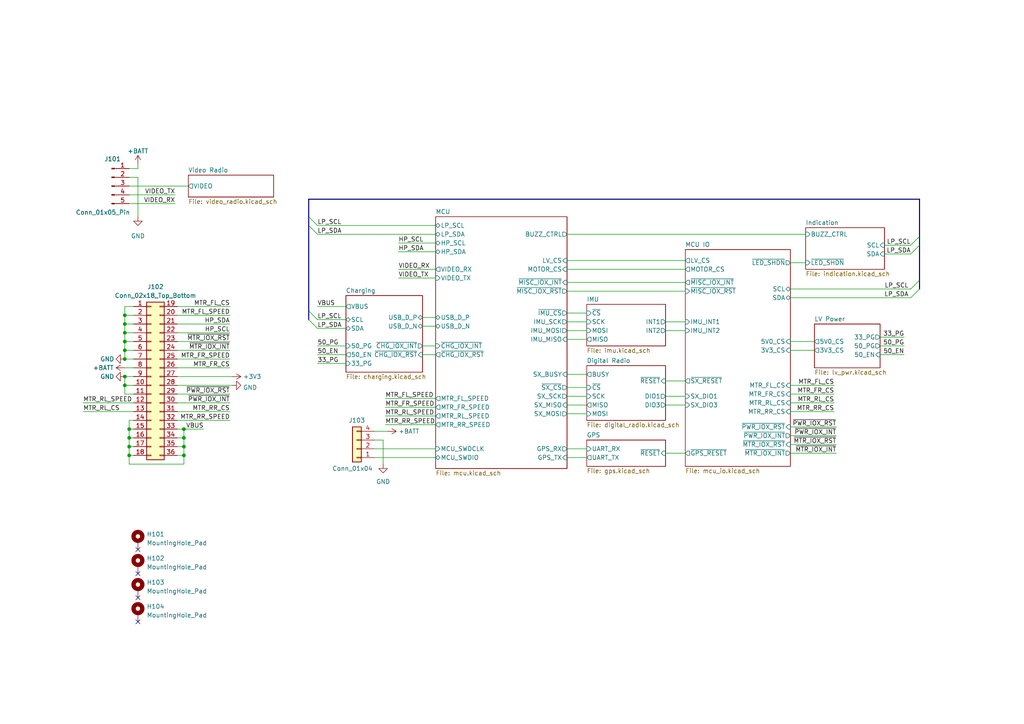
<source format=kicad_sch>
(kicad_sch (version 20230121) (generator eeschema)
  (paper "A4")
  (title_block (date "2023-05-24"))
  (lib_symbols
    (symbol "Connector:Conn_01x05_Pin" (pin_names (offset 1.016) hide)
      (property "Reference" "J" (at 0 7.62 0))
      (property "Value" "Conn_01x05_Pin" (at 0 -7.62 0))
      (symbol "Conn_01x05_Pin_1_1"
        (polyline (pts (xy 1.27 -5.08) (xy 0.8636 -5.08)) (stroke (width 0.1524)))
        (polyline (pts (xy 1.27 -2.54) (xy 0.8636 -2.54)) (stroke (width 0.1524)))
        (polyline (pts (xy 1.27 0) (xy 0.8636 0)) (stroke (width 0.1524)))
        (polyline (pts (xy 1.27 2.54) (xy 0.8636 2.54)) (stroke (width 0.1524)))
        (polyline (pts (xy 1.27 5.08) (xy 0.8636 5.08)) (stroke (width 0.1524)))
        (rectangle (start 0.8636 -4.953) (end 0 -5.207) (stroke (width 0.1524)) (fill (type outline)))
        (rectangle (start 0.8636 -2.413) (end 0 -2.667) (stroke (width 0.1524)) (fill (type outline)))
        (rectangle (start 0.8636 0.127) (end 0 -0.127) (stroke (width 0.1524)) (fill (type outline)))
        (rectangle (start 0.8636 2.667) (end 0 2.413) (stroke (width 0.1524)) (fill (type outline)))
        (rectangle (start 0.8636 5.207) (end 0 4.953) (stroke (width 0.1524)) (fill (type outline)))
        (pin passive line (at 5.08 5.08 180) (length 3.81) (name "Pin_1") (number "1"))
        (pin passive line (at 5.08 2.54 180) (length 3.81) (name "Pin_2") (number "2"))
        (pin passive line (at 5.08 0 180) (length 3.81) (name "Pin_3") (number "3"))
        (pin passive line (at 5.08 -2.54 180) (length 3.81) (name "Pin_4") (number "4"))
        (pin passive line (at 5.08 -5.08 180) (length 3.81) (name "Pin_5") (number "5"))
      )
    )
    (symbol "Connector_Generic:Conn_01x04" (pin_names (offset 1.016) hide)
      (property "Reference" "J" (at 0 5.08 0))
      (property "Value" "Conn_01x04" (at 0 -7.62 0))
      (symbol "Conn_01x04_1_1"
        (rectangle (start -1.27 -4.953) (end 0 -5.207) (stroke (width 0.1524)))
        (rectangle (start -1.27 -2.413) (end 0 -2.667) (stroke (width 0.1524)))
        (rectangle (start -1.27 0.127) (end 0 -0.127) (stroke (width 0.1524)))
        (rectangle (start -1.27 2.667) (end 0 2.413) (stroke (width 0.1524)))
        (rectangle (start -1.27 3.81) (end 1.27 -6.35) (stroke (width 0.254)) (fill (type background)))
        (pin passive line (at -5.08 2.54 0) (length 3.81) (name "Pin_1") (number "1"))
        (pin passive line (at -5.08 0 0) (length 3.81) (name "Pin_2") (number "2"))
        (pin passive line (at -5.08 -2.54 0) (length 3.81) (name "Pin_3") (number "3"))
        (pin passive line (at -5.08 -5.08 0) (length 3.81) (name "Pin_4") (number "4"))
      )
    )
    (symbol "Connector_Generic:Conn_02x18_Top_Bottom" (pin_names (offset 1.016) hide)
      (property "Reference" "J" (at 1.27 22.86 0))
      (property "Value" "Conn_02x18_Top_Bottom" (at 1.27 -25.4 0))
      (symbol "Conn_02x18_Top_Bottom_1_1"
        (rectangle (start -1.27 -22.733) (end 0 -22.987) (stroke (width 0.1524)))
        (rectangle (start -1.27 -20.193) (end 0 -20.447) (stroke (width 0.1524)))
        (rectangle (start -1.27 -17.653) (end 0 -17.907) (stroke (width 0.1524)))
        (rectangle (start -1.27 -15.113) (end 0 -15.367) (stroke (width 0.1524)))
        (rectangle (start -1.27 -12.573) (end 0 -12.827) (stroke (width 0.1524)))
        (rectangle (start -1.27 -10.033) (end 0 -10.287) (stroke (width 0.1524)))
        (rectangle (start -1.27 -7.493) (end 0 -7.747) (stroke (width 0.1524)))
        (rectangle (start -1.27 -4.953) (end 0 -5.207) (stroke (width 0.1524)))
        (rectangle (start -1.27 -2.413) (end 0 -2.667) (stroke (width 0.1524)))
        (rectangle (start -1.27 0.127) (end 0 -0.127) (stroke (width 0.1524)))
        (rectangle (start -1.27 2.667) (end 0 2.413) (stroke (width 0.1524)))
        (rectangle (start -1.27 5.207) (end 0 4.953) (stroke (width 0.1524)))
        (rectangle (start -1.27 7.747) (end 0 7.493) (stroke (width 0.1524)))
        (rectangle (start -1.27 10.287) (end 0 10.033) (stroke (width 0.1524)))
        (rectangle (start -1.27 12.827) (end 0 12.573) (stroke (width 0.1524)))
        (rectangle (start -1.27 15.367) (end 0 15.113) (stroke (width 0.1524)))
        (rectangle (start -1.27 17.907) (end 0 17.653) (stroke (width 0.1524)))
        (rectangle (start -1.27 20.447) (end 0 20.193) (stroke (width 0.1524)))
        (rectangle (start -1.27 21.59) (end 3.81 -24.13) (stroke (width 0.254)) (fill (type background)))
        (rectangle (start 3.81 -22.733) (end 2.54 -22.987) (stroke (width 0.1524)))
        (rectangle (start 3.81 -20.193) (end 2.54 -20.447) (stroke (width 0.1524)))
        (rectangle (start 3.81 -17.653) (end 2.54 -17.907) (stroke (width 0.1524)))
        (rectangle (start 3.81 -15.113) (end 2.54 -15.367) (stroke (width 0.1524)))
        (rectangle (start 3.81 -12.573) (end 2.54 -12.827) (stroke (width 0.1524)))
        (rectangle (start 3.81 -10.033) (end 2.54 -10.287) (stroke (width 0.1524)))
        (rectangle (start 3.81 -7.493) (end 2.54 -7.747) (stroke (width 0.1524)))
        (rectangle (start 3.81 -4.953) (end 2.54 -5.207) (stroke (width 0.1524)))
        (rectangle (start 3.81 -2.413) (end 2.54 -2.667) (stroke (width 0.1524)))
        (rectangle (start 3.81 0.127) (end 2.54 -0.127) (stroke (width 0.1524)))
        (rectangle (start 3.81 2.667) (end 2.54 2.413) (stroke (width 0.1524)))
        (rectangle (start 3.81 5.207) (end 2.54 4.953) (stroke (width 0.1524)))
        (rectangle (start 3.81 7.747) (end 2.54 7.493) (stroke (width 0.1524)))
        (rectangle (start 3.81 10.287) (end 2.54 10.033) (stroke (width 0.1524)))
        (rectangle (start 3.81 12.827) (end 2.54 12.573) (stroke (width 0.1524)))
        (rectangle (start 3.81 15.367) (end 2.54 15.113) (stroke (width 0.1524)))
        (rectangle (start 3.81 17.907) (end 2.54 17.653) (stroke (width 0.1524)))
        (rectangle (start 3.81 20.447) (end 2.54 20.193) (stroke (width 0.1524)))
        (pin passive line (at -5.08 20.32 0) (length 3.81) (name "Pin_1") (number "1"))
        (pin passive line (at -5.08 -2.54 0) (length 3.81) (name "Pin_10") (number "10"))
        (pin passive line (at -5.08 -5.08 0) (length 3.81) (name "Pin_11") (number "11"))
        (pin passive line (at -5.08 -7.62 0) (length 3.81) (name "Pin_12") (number "12"))
        (pin passive line (at -5.08 -10.16 0) (length 3.81) (name "Pin_13") (number "13"))
        (pin passive line (at -5.08 -12.7 0) (length 3.81) (name "Pin_14") (number "14"))
        (pin passive line (at -5.08 -15.24 0) (length 3.81) (name "Pin_15") (number "15"))
        (pin passive line (at -5.08 -17.78 0) (length 3.81) (name "Pin_16") (number "16"))
        (pin passive line (at -5.08 -20.32 0) (length 3.81) (name "Pin_17") (number "17"))
        (pin passive line (at -5.08 -22.86 0) (length 3.81) (name "Pin_18") (number "18"))
        (pin passive line (at 7.62 20.32 180) (length 3.81) (name "Pin_19") (number "19"))
        (pin passive line (at -5.08 17.78 0) (length 3.81) (name "Pin_2") (number "2"))
        (pin passive line (at 7.62 17.78 180) (length 3.81) (name "Pin_20") (number "20"))
        (pin passive line (at 7.62 15.24 180) (length 3.81) (name "Pin_21") (number "21"))
        (pin passive line (at 7.62 12.7 180) (length 3.81) (name "Pin_22") (number "22"))
        (pin passive line (at 7.62 10.16 180) (length 3.81) (name "Pin_23") (number "23"))
        (pin passive line (at 7.62 7.62 180) (length 3.81) (name "Pin_24") (number "24"))
        (pin passive line (at 7.62 5.08 180) (length 3.81) (name "Pin_25") (number "25"))
        (pin passive line (at 7.62 2.54 180) (length 3.81) (name "Pin_26") (number "26"))
        (pin passive line (at 7.62 0 180) (length 3.81) (name "Pin_27") (number "27"))
        (pin passive line (at 7.62 -2.54 180) (length 3.81) (name "Pin_28") (number "28"))
        (pin passive line (at 7.62 -5.08 180) (length 3.81) (name "Pin_29") (number "29"))
        (pin passive line (at -5.08 15.24 0) (length 3.81) (name "Pin_3") (number "3"))
        (pin passive line (at 7.62 -7.62 180) (length 3.81) (name "Pin_30") (number "30"))
        (pin passive line (at 7.62 -10.16 180) (length 3.81) (name "Pin_31") (number "31"))
        (pin passive line (at 7.62 -12.7 180) (length 3.81) (name "Pin_32") (number "32"))
        (pin passive line (at 7.62 -15.24 180) (length 3.81) (name "Pin_33") (number "33"))
        (pin passive line (at 7.62 -17.78 180) (length 3.81) (name "Pin_34") (number "34"))
        (pin passive line (at 7.62 -20.32 180) (length 3.81) (name "Pin_35") (number "35"))
        (pin passive line (at 7.62 -22.86 180) (length 3.81) (name "Pin_36") (number "36"))
        (pin passive line (at -5.08 12.7 0) (length 3.81) (name "Pin_4") (number "4"))
        (pin passive line (at -5.08 10.16 0) (length 3.81) (name "Pin_5") (number "5"))
        (pin passive line (at -5.08 7.62 0) (length 3.81) (name "Pin_6") (number "6"))
        (pin passive line (at -5.08 5.08 0) (length 3.81) (name "Pin_7") (number "7"))
        (pin passive line (at -5.08 2.54 0) (length 3.81) (name "Pin_8") (number "8"))
        (pin passive line (at -5.08 0 0) (length 3.81) (name "Pin_9") (number "9"))
      )
    )
    (symbol "Mechanical:MountingHole_Pad" (pin_numbers hide) (pin_names (offset 1.016) hide)
      (property "Reference" "H" (at 0 6.35 0))
      (property "Value" "MountingHole_Pad" (at 0 4.445 0))
      (symbol "MountingHole_Pad_0_1"
        (circle (center 0 1.27) (radius 1.27) (stroke (width 1.27)))
      )
      (symbol "MountingHole_Pad_1_1"
        (pin input line (at 0 -2.54 90) (length 2.54) (name "1") (number "1"))
      )
    )
    (symbol "power:+3V3" (power) (pin_names (offset 0))
      (property "Value" "+3V3" (at 0 3.556 0))
      (symbol "+3V3_0_1"
        (polyline (pts (xy -0.762 1.27) (xy 0 2.54)))
        (polyline (pts (xy 0 0) (xy 0 2.54)))
        (polyline (pts (xy 0 2.54) (xy 0.762 1.27)))
      )
      (symbol "+3V3_1_1"
        (pin power_in line (at 0 0 90) (length 0) hide (name "+3V3") (number "1"))
      )
    )
    (symbol "power:+BATT" (power) (pin_names (offset 0))
      (property "Value" "+BATT" (at 0 3.556 0))
      (symbol "+BATT_0_1"
        (polyline (pts (xy -0.762 1.27) (xy 0 2.54)))
        (polyline (pts (xy 0 0) (xy 0 2.54)))
        (polyline (pts (xy 0 2.54) (xy 0.762 1.27)))
      )
      (symbol "+BATT_1_1"
        (pin power_in line (at 0 0 90) (length 0) hide (name "+BATT") (number "1"))
      )
    )
    (symbol "power:GND" (power) (pin_names (offset 0))
      (property "Value" "GND" (at 0 -3.81 0))
      (symbol "GND_0_1"
        (polyline (pts (xy 0 0) (xy 0 -1.27) (xy 1.27 -1.27) (xy 0 -2.54) (xy -1.27 -1.27) (xy 0 -1.27)))
      )
      (symbol "GND_1_1"
        (pin power_in line (at 0 0 270) (length 0) hide (name "GND") (number "1"))
      )
    )
  )
  (junction (at 37.465 132.08))
  (junction (at 53.34 127))
  (junction (at 37.465 129.54))
  (junction (at 36.195 91.44))
  (junction (at 53.34 129.54))
  (junction (at 37.465 124.46))
  (junction (at 53.34 124.46))
  (junction (at 36.195 101.6))
  (junction (at 37.465 127))
  (junction (at 36.195 111.76))
  (junction (at 53.34 132.08))
  (junction (at 36.195 99.06))
  (junction (at 36.195 96.52))
  (junction (at 36.195 93.98))
  (junction (at 36.195 104.14))
  (junction (at 36.195 109.22))
  (no_connect (at 40.005 159.385))
  (no_connect (at 40.005 180.34))
  (no_connect (at 40.005 166.37))
  (no_connect (at 40.005 173.355))
  (bus_entry (at 264.16 86.36) (size 2.54 -2.54))
  (bus_entry (at 264.16 83.82) (size 2.54 -2.54))
  (bus_entry (at 264.16 71.12) (size 2.54 -2.54))
  (bus_entry (at 264.16 73.66) (size 2.54 -2.54))
  (bus_entry (at 89.535 62.865) (size 2.54 2.54))
  (bus_entry (at 89.535 92.71) (size 2.54 2.54))
  (bus_entry (at 89.535 90.17) (size 2.54 2.54))
  (bus_entry (at 89.535 65.405) (size 2.54 2.54))
  (wire (pts (xy 193.04 95.885) (xy 198.755 95.885)))
  (wire (pts (xy 38.735 91.44) (xy 36.195 91.44)))
  (wire (pts (xy 229.235 111.76) (xy 241.935 111.76)))
  (wire (pts (xy 36.195 91.44) (xy 36.195 88.9)))
  (wire (pts (xy 36.195 96.52) (xy 36.195 93.98)))
  (wire (pts (xy 51.435 129.54) (xy 53.34 129.54)))
  (wire (pts (xy 229.235 76.2) (xy 233.68 76.2)))
  (wire (pts (xy 108.585 130.175) (xy 126.365 130.175)))
  (wire (pts (xy 37.465 53.975) (xy 54.61 53.975)))
  (wire (pts (xy 67.31 109.22) (xy 51.435 109.22)))
  (wire (pts (xy 36.195 104.14) (xy 36.195 101.6)))
  (wire (pts (xy 40.005 47.625) (xy 40.005 48.895)))
  (wire (pts (xy 36.195 111.76) (xy 36.195 109.22)))
  (wire (pts (xy 51.435 93.98) (xy 66.675 93.98)))
  (wire (pts (xy 51.435 106.68) (xy 66.675 106.68)))
  (wire (pts (xy 51.435 96.52) (xy 66.675 96.52)))
  (wire (pts (xy 37.465 129.54) (xy 38.735 129.54)))
  (wire (pts (xy 111.76 118.11) (xy 126.365 118.11)))
  (wire (pts (xy 37.465 59.055) (xy 50.8 59.055)))
  (wire (pts (xy 111.76 120.65) (xy 126.365 120.65)))
  (wire (pts (xy 53.34 124.46) (xy 53.34 127)))
  (wire (pts (xy 164.465 117.475) (xy 170.18 117.475)))
  (wire (pts (xy 37.465 134.62) (xy 53.34 134.62)))
  (wire (pts (xy 92.075 88.9) (xy 100.33 88.9)))
  (wire (pts (xy 37.465 121.92) (xy 38.735 121.92)))
  (wire (pts (xy 112.395 125.095) (xy 108.585 125.095)))
  (wire (pts (xy 36.195 96.52) (xy 38.735 96.52)))
  (bus (pts (xy 266.7 68.58) (xy 266.7 71.12)))
  (wire (pts (xy 115.57 73.025) (xy 126.365 73.025)))
  (wire (pts (xy 24.13 119.38) (xy 38.735 119.38)))
  (wire (pts (xy 229.235 114.3) (xy 241.935 114.3)))
  (bus (pts (xy 89.535 57.785) (xy 266.7 57.785)))
  (wire (pts (xy 164.465 95.885) (xy 170.18 95.885)))
  (wire (pts (xy 37.465 124.46) (xy 38.735 124.46)))
  (wire (pts (xy 229.235 119.38) (xy 241.935 119.38)))
  (wire (pts (xy 229.235 128.905) (xy 242.57 128.905)))
  (wire (pts (xy 164.465 81.915) (xy 198.755 81.915)))
  (wire (pts (xy 193.04 110.49) (xy 198.755 110.49)))
  (wire (pts (xy 164.465 78.105) (xy 198.755 78.105)))
  (bus (pts (xy 89.535 90.17) (xy 89.535 92.71)))
  (wire (pts (xy 51.435 124.46) (xy 53.34 124.46)))
  (wire (pts (xy 229.235 86.36) (xy 264.16 86.36)))
  (wire (pts (xy 108.585 132.715) (xy 126.365 132.715)))
  (wire (pts (xy 164.465 108.585) (xy 170.18 108.585)))
  (wire (pts (xy 36.195 111.76) (xy 38.735 111.76)))
  (wire (pts (xy 36.195 109.22) (xy 38.735 109.22)))
  (bus (pts (xy 266.7 81.28) (xy 266.7 83.82)))
  (wire (pts (xy 92.075 105.41) (xy 100.33 105.41)))
  (wire (pts (xy 92.075 95.25) (xy 100.33 95.25)))
  (wire (pts (xy 193.04 114.935) (xy 198.755 114.935)))
  (wire (pts (xy 51.435 104.14) (xy 66.675 104.14)))
  (wire (pts (xy 111.76 123.19) (xy 126.365 123.19)))
  (wire (pts (xy 92.075 100.33) (xy 100.33 100.33)))
  (wire (pts (xy 92.075 92.71) (xy 100.33 92.71)))
  (wire (pts (xy 37.465 129.54) (xy 37.465 132.08)))
  (wire (pts (xy 229.235 83.82) (xy 264.16 83.82)))
  (wire (pts (xy 229.235 131.445) (xy 242.57 131.445)))
  (wire (pts (xy 255.27 100.33) (xy 262.255 100.33)))
  (wire (pts (xy 193.04 93.345) (xy 198.755 93.345)))
  (wire (pts (xy 51.435 114.3) (xy 66.675 114.3)))
  (wire (pts (xy 164.465 114.935) (xy 170.18 114.935)))
  (wire (pts (xy 38.735 104.14) (xy 36.195 104.14)))
  (wire (pts (xy 37.465 134.62) (xy 37.465 132.08)))
  (bus (pts (xy 89.535 62.865) (xy 89.535 65.405)))
  (wire (pts (xy 37.465 127) (xy 38.735 127)))
  (wire (pts (xy 164.465 132.715) (xy 170.18 132.715)))
  (wire (pts (xy 229.235 126.365) (xy 242.57 126.365)))
  (wire (pts (xy 164.465 84.455) (xy 198.755 84.455)))
  (wire (pts (xy 40.005 51.435) (xy 37.465 51.435)))
  (bus (pts (xy 266.7 71.12) (xy 266.7 81.28)))
  (wire (pts (xy 92.075 67.945) (xy 126.365 67.945)))
  (wire (pts (xy 51.435 132.08) (xy 53.34 132.08)))
  (wire (pts (xy 51.435 88.9) (xy 66.675 88.9)))
  (wire (pts (xy 255.27 97.79) (xy 262.255 97.79)))
  (wire (pts (xy 51.435 91.44) (xy 66.675 91.44)))
  (wire (pts (xy 36.195 99.06) (xy 36.195 96.52)))
  (wire (pts (xy 40.005 48.895) (xy 37.465 48.895)))
  (wire (pts (xy 36.195 101.6) (xy 36.195 99.06)))
  (wire (pts (xy 164.465 120.015) (xy 170.18 120.015)))
  (wire (pts (xy 36.195 88.9) (xy 38.735 88.9)))
  (bus (pts (xy 266.7 57.785) (xy 266.7 68.58)))
  (wire (pts (xy 193.04 117.475) (xy 198.755 117.475)))
  (wire (pts (xy 256.54 71.12) (xy 264.16 71.12)))
  (wire (pts (xy 53.34 132.08) (xy 53.34 134.62)))
  (wire (pts (xy 229.235 116.84) (xy 241.935 116.84)))
  (wire (pts (xy 92.075 65.405) (xy 126.365 65.405)))
  (wire (pts (xy 193.04 131.445) (xy 198.755 131.445)))
  (wire (pts (xy 37.465 121.92) (xy 37.465 124.46)))
  (wire (pts (xy 236.22 101.6) (xy 229.235 101.6)))
  (wire (pts (xy 111.125 127.635) (xy 111.125 134.62)))
  (wire (pts (xy 37.465 124.46) (xy 37.465 127)))
  (wire (pts (xy 115.57 78.105) (xy 126.365 78.105)))
  (wire (pts (xy 24.13 116.84) (xy 38.735 116.84)))
  (wire (pts (xy 92.075 102.87) (xy 100.33 102.87)))
  (wire (pts (xy 36.195 114.3) (xy 36.195 111.76)))
  (wire (pts (xy 115.57 80.645) (xy 126.365 80.645)))
  (wire (pts (xy 51.435 116.84) (xy 66.675 116.84)))
  (wire (pts (xy 255.27 102.87) (xy 262.255 102.87)))
  (wire (pts (xy 164.465 90.805) (xy 170.18 90.805)))
  (wire (pts (xy 108.585 127.635) (xy 111.125 127.635)))
  (wire (pts (xy 36.195 93.98) (xy 36.195 91.44)))
  (wire (pts (xy 122.555 94.615) (xy 126.365 94.615)))
  (wire (pts (xy 38.735 93.98) (xy 36.195 93.98)))
  (wire (pts (xy 115.57 70.485) (xy 126.365 70.485)))
  (wire (pts (xy 38.735 101.6) (xy 36.195 101.6)))
  (wire (pts (xy 51.435 101.6) (xy 66.675 101.6)))
  (wire (pts (xy 164.465 112.395) (xy 170.18 112.395)))
  (wire (pts (xy 51.435 121.92) (xy 66.675 121.92)))
  (wire (pts (xy 51.435 99.06) (xy 66.675 99.06)))
  (wire (pts (xy 67.31 111.76) (xy 51.435 111.76)))
  (wire (pts (xy 51.435 127) (xy 53.34 127)))
  (wire (pts (xy 164.465 98.425) (xy 170.18 98.425)))
  (wire (pts (xy 164.465 67.945) (xy 233.68 67.945)))
  (wire (pts (xy 256.54 73.66) (xy 264.16 73.66)))
  (wire (pts (xy 236.22 99.06) (xy 229.235 99.06)))
  (wire (pts (xy 122.555 92.075) (xy 126.365 92.075)))
  (bus (pts (xy 89.535 57.785) (xy 89.535 62.865)))
  (wire (pts (xy 36.195 114.3) (xy 38.735 114.3)))
  (wire (pts (xy 111.76 115.57) (xy 126.365 115.57)))
  (wire (pts (xy 164.465 130.175) (xy 170.18 130.175)))
  (bus (pts (xy 89.535 65.405) (xy 89.535 90.17)))
  (wire (pts (xy 38.735 99.06) (xy 36.195 99.06)))
  (wire (pts (xy 229.235 123.825) (xy 242.57 123.825)))
  (wire (pts (xy 122.555 100.33) (xy 126.365 100.33)))
  (wire (pts (xy 164.465 75.565) (xy 198.755 75.565)))
  (wire (pts (xy 53.34 129.54) (xy 53.34 132.08)))
  (wire (pts (xy 37.465 56.515) (xy 50.8 56.515)))
  (wire (pts (xy 38.735 106.68) (xy 36.195 106.68)))
  (wire (pts (xy 164.465 93.345) (xy 170.18 93.345)))
  (wire (pts (xy 51.435 119.38) (xy 66.675 119.38)))
  (wire (pts (xy 37.465 132.08) (xy 38.735 132.08)))
  (wire (pts (xy 122.555 102.87) (xy 126.365 102.87)))
  (wire (pts (xy 40.005 51.435) (xy 40.005 62.865)))
  (wire (pts (xy 53.34 124.46) (xy 59.055 124.46)))
  (wire (pts (xy 37.465 127) (xy 37.465 129.54)))
  (wire (pts (xy 53.34 127) (xy 53.34 129.54)))
  (label "~{PWR_IOX_INT}" (at 242.57 126.365 180))
  (label "MTR_FR_SPEED" (at 66.675 104.14 180))
  (label "MTR_RR_CS" (at 66.675 119.38 180))
  (label "VIDEO_RX" (at 50.8 59.055 180))
  (label "MTR_FL_CS" (at 241.935 111.76 180))
  (label "HP_SDA" (at 66.675 93.98 180))
  (label "50_EN" (at 92.075 102.87 0))
  (label "MTR_FL_SPEED" (at 111.76 115.57 0))
  (label "MTR_FL_SPEED" (at 66.675 91.44 180))
  (label "LP_SDA" (at 264.16 73.66 180))
  (label "MTR_FR_SPEED" (at 111.76 118.11 0))
  (label "HP_SCL" (at 66.675 96.52 180))
  (label "LP_SCL" (at 264.16 71.12 180))
  (label "HP_SCL" (at 115.57 70.485 0))
  (label "VBUS" (at 92.075 88.9 0))
  (label "MTR_FL_CS" (at 66.675 88.9 180))
  (label "MTR_RR_SPEED" (at 66.675 121.92 180))
  (label "MTR_FR_CS" (at 66.675 106.68 180))
  (label "~{PWR_IOX_RST}" (at 66.675 114.3 180))
  (label "LP_SCL" (at 92.075 65.405 0))
  (label "50_EN" (at 262.255 102.87 180))
  (label "50_PG" (at 262.255 100.33 180))
  (label "~{PWR_IOX_RST}" (at 242.57 123.825 180))
  (label "MTR_FR_CS" (at 241.935 114.3 180))
  (label "33_PG" (at 92.075 105.41 0))
  (label "~{PWR_IOX_INT}" (at 66.675 116.84 180))
  (label "MTR_RR_CS" (at 241.935 119.38 180))
  (label "MTR_RR_SPEED" (at 111.76 123.19 0))
  (label "VIDEO_TX" (at 50.8 56.515 180))
  (label "50_PG" (at 92.075 100.33 0))
  (label "~{MTR_IOX_RST}" (at 66.675 99.06 180))
  (label "MTR_RL_CS" (at 24.13 119.38 0))
  (label "~{MTR_IOX_INT}" (at 242.57 131.445 180))
  (label "LP_SCL" (at 92.075 92.71 0))
  (label "VIDEO_RX" (at 115.57 78.105 0))
  (label "VIDEO_TX" (at 115.57 80.645 0))
  (label "MTR_RL_SPEED" (at 111.76 120.65 0))
  (label "LP_SCL" (at 263.525 83.82 180))
  (label "LP_SDA" (at 92.075 95.25 0))
  (label "MTR_RL_CS" (at 241.935 116.84 180))
  (label "LP_SDA" (at 263.525 86.36 180))
  (label "MTR_RL_SPEED" (at 24.13 116.84 0))
  (label "~{MTR_IOX_INT}" (at 66.675 101.6 180))
  (label "33_PG" (at 262.255 97.79 180))
  (label "HP_SDA" (at 115.57 73.025 0))
  (label "LP_SDA" (at 92.075 67.945 0))
  (label "~{MTR_IOX_RST}" (at 242.57 128.905 180))
  (label "VBUS" (at 59.055 124.46 180))
  (symbol (lib_id "Mechanical:MountingHole_Pad") (at 40.005 170.815 0) (unit 1)
    (property "Reference" "H103" (at 42.545 168.91 0) (effects (justify left)))
    (property "Value" "MountingHole_Pad" (at 42.545 171.45 0) (effects (justify left)))
    (property "Footprint" "MountingHole:MountingHole_2.5mm_Pad_Via" (effects hide))
  )
  (symbol (lib_id "power:+BATT") (at 36.195 106.68 90) (unit 1)
    (property "Reference" "#PWR0107" (effects hide))
    (property "Value" "+BATT" (at 33.02 106.68 90) (effects (justify left)))
  )
  (symbol (lib_id "power:+BATT") (at 40.005 47.625 0) (unit 1)
    (property "Reference" "#PWR0106" (effects hide))
    (property "Value" "+BATT" (at 40.005 43.815 0))
  )
  (symbol (lib_id "Mechanical:MountingHole_Pad") (at 40.005 177.8 0) (unit 1)
    (property "Reference" "H104" (at 42.545 175.895 0) (effects (justify left)))
    (property "Value" "MountingHole_Pad" (at 42.545 178.435 0) (effects (justify left)))
    (property "Footprint" "MountingHole:MountingHole_2.5mm_Pad_Via" (effects hide))
  )
  (symbol (lib_id "power:GND") (at 67.31 111.76 90) (unit 1)
    (property "Reference" "#PWR0110" (effects hide))
    (property "Value" "GND" (at 70.485 112.395 90) (effects (justify right)))
  )
  (symbol (lib_id "power:GND") (at 40.005 62.865 0) (unit 1)
    (property "Reference" "#PWR0104" (effects hide))
    (property "Value" "GND" (at 40.005 68.453 0))
  )
  (symbol (lib_id "Mechanical:MountingHole_Pad") (at 40.005 163.83 0) (unit 1)
    (property "Reference" "H102" (at 42.545 161.925 0) (effects (justify left)))
    (property "Value" "MountingHole_Pad" (at 42.545 164.465 0) (effects (justify left)))
    (property "Footprint" "MountingHole:MountingHole_2.5mm_Pad_Via" (effects hide))
  )
  (symbol (lib_id "Connector_Generic:Conn_01x04") (at 103.505 130.175 180) (unit 1)
    (property "Reference" "J103" (at 103.505 121.92 0))
    (property "Value" "Conn_01x04" (at 102.235 135.89 0))
    (property "Footprint" "Connector_JST:JST_PH_S4B-PH-K_1x04_P2.00mm_Horizontal" (effects hide))
  )
  (symbol (lib_id "power:GND") (at 36.195 109.22 270) (mirror x) (unit 1)
    (property "Reference" "#PWR0108" (effects hide))
    (property "Value" "GND" (at 31.115 109.22 90))
  )
  (symbol (lib_id "power:+3V3") (at 67.31 109.22 270) (unit 1)
    (property "Reference" "#PWR0109" (effects hide))
    (property "Value" "+3V3" (at 70.485 109.22 90) (effects (justify left)))
  )
  (symbol (lib_id "power:+BATT") (at 112.395 125.095 270) (unit 1)
    (property "Reference" "#PWR0101" (effects hide))
    (property "Value" "+BATT" (at 115.57 125.095 90) (effects (justify left)))
  )
  (symbol (lib_id "Connector_Generic:Conn_02x18_Top_Bottom") (at 43.815 109.22 0) (unit 1)
    (property "Reference" "J102" (at 45.085 83.185 0))
    (property "Value" "Conn_02x18_Top_Bottom" (at 45.085 85.725 0))
    (property "Footprint" "capstone:20021311-00036T4LF" (effects hide))
  )
  (symbol (lib_id "power:GND") (at 36.195 104.14 270) (mirror x) (unit 1)
    (property "Reference" "#PWR0102" (effects hide))
    (property "Value" "GND" (at 31.115 104.14 90))
  )
  (symbol (lib_id "power:GND") (at 111.125 134.62 0) (unit 1)
    (property "Reference" "#PWR0103" (effects hide))
    (property "Value" "GND" (at 111.125 139.7 0))
  )
  (symbol (lib_id "Mechanical:MountingHole_Pad") (at 40.005 156.845 0) (unit 1)
    (property "Reference" "H101" (at 42.545 154.94 0) (effects (justify left)))
    (property "Value" "MountingHole_Pad" (at 42.545 157.48 0) (effects (justify left)))
    (property "Footprint" "MountingHole:MountingHole_2.5mm_Pad_Via" (effects hide))
  )
  (symbol (lib_id "Connector:Conn_01x05_Pin") (at 32.385 53.975 0) (unit 1)
    (property "Reference" "J101" (at 32.639 46.101 0))
    (property "Value" "Conn_01x05_Pin" (at 29.845 61.595 0))
    (property "Footprint" "Connector_JST:JST_PH_S5B-PH-K_1x05_P2.00mm_Horizontal" (effects hide))
  )
  (sheet (at 198.755 72.39) (size 30.48 62.865) (stroke (width 0.1524))
    (property "Sheetname" "MCU IO" (at 198.755 71.6784 0) (effects (justify left bottom)))
    (property "Sheetfile" "mcu_io.kicad_sch" (at 198.755 135.8396 0) (effects (justify left top)))
    (pin "MOTOR_CS" output (at 198.755 78.105 180))
    (pin "LV_CS" output (at 198.755 75.565 180))
    (pin "~{GPS_RESET}" output (at 198.755 131.445 180))
    (pin "IMU_INT2" input (at 198.755 95.885 180))
    (pin "IMU_INT1" input (at 198.755 93.345 180))
    (pin "5V0_CS" input (at 229.235 99.06 0))
    (pin "SX_DIO1" input (at 198.755 114.935 180))
    (pin "~{SX_RESET}" output (at 198.755 110.49 180))
    (pin "SX_DIO3" input (at 198.755 117.475 180))
    (pin "~{LED_SHDN}" output (at 229.235 76.2 0))
    (pin "3V3_CS" input (at 229.235 101.6 0))
    (pin "MTR_FR_CS" input (at 229.235 114.3 0))
    (pin "MTR_RR_CS" input (at 229.235 119.38 0))
    (pin "MTR_RL_CS" input (at 229.235 116.84 0))
    (pin "MTR_FL_CS" input (at 229.235 111.76 0))
    (pin "SCL" bidirectional (at 229.235 83.82 0))
    (pin "SDA" bidirectional (at 229.235 86.36 0))
    (pin "~{MISC_IOX_RST}" input (at 198.755 84.455 180))
    (pin "~{MISC_IOX_INT}" output (at 198.755 81.915 180))
    (pin "~{PWR_IOX_RST}" input (at 229.235 123.825 0))
    (pin "~{PWR_IOX_INT}" output (at 229.235 126.365 0))
    (pin "~{MTR_IOX_RST}" input (at 229.235 128.905 0))
    (pin "~{MTR_IOX_INT}" output (at 229.235 131.445 0))
  )
  (sheet (at 54.61 50.8) (size 24.765 6.35) (stroke (width 0.1524))
    (property "Sheetname" "Video Radio" (at 54.61 50.0884 0) (effects (justify left bottom)))
    (property "Sheetfile" "video_radio.kicad_sch" (at 54.61 57.7346 0) (effects (justify left top)))
    (pin "VIDEO" output (at 54.61 53.975 180))
  )
  (sheet (at 170.18 88.265) (size 22.86 12.065) (stroke (width 0.1524))
    (property "Sheetname" "IMU" (at 170.18 87.5534 0) (effects (justify left bottom)))
    (property "Sheetfile" "imu.kicad_sch" (at 170.18 100.9146 0) (effects (justify left top)))
    (pin "INT2" output (at 193.04 95.885 0))
    (pin "INT1" output (at 193.04 93.345 0))
    (pin "SCK" input (at 170.18 93.345 180))
    (pin "MOSI" input (at 170.18 95.885 180))
    (pin "~{CS}" input (at 170.18 90.805 180))
    (pin "MISO" output (at 170.18 98.425 180))
  )
  (sheet (at 233.68 66.04) (size 22.86 12.065) (stroke (width 0.1524))
    (property "Sheetname" "Indication" (at 233.68 65.3284 0) (effects (justify left bottom)))
    (property "Sheetfile" "indication.kicad_sch" (at 233.68 78.6896 0) (effects (justify left top)))
    (pin "~{LED_SHDN}" input (at 233.68 76.2 180))
    (pin "SDA" input (at 256.54 73.66 0))
    (pin "SCL" input (at 256.54 71.12 0))
    (pin "BUZZ_CTRL" input (at 233.68 67.945 180))
  )
  (sheet (at 100.33 85.725) (size 22.225 22.225) (stroke (width 0.1524))
    (property "Sheetname" "Charging" (at 100.33 85.0134 0) (effects (justify left bottom)))
    (property "Sheetfile" "charging.kicad_sch" (at 100.33 108.5346 0) (effects (justify left top)))
    (pin "VBUS" output (at 100.33 88.9 180))
    (pin "SCL" bidirectional (at 100.33 92.71 180))
    (pin "SDA" bidirectional (at 100.33 95.25 180))
    (pin "~{CHG_IOX_INT}" output (at 122.555 100.33 0))
    (pin "~{CHG_IOX_RST}" input (at 122.555 102.87 0))
    (pin "50_PG" input (at 100.33 100.33 180))
    (pin "50_EN" output (at 100.33 102.87 180))
    (pin "33_PG" input (at 100.33 105.41 180))
    (pin "USB_D_P" bidirectional (at 122.555 92.075 0))
    (pin "USB_D_N" bidirectional (at 122.555 94.615 0))
  )
  (sheet (at 170.18 106.045) (size 22.86 15.875) (stroke (width 0.1524))
    (property "Sheetname" "Digital Radio" (at 170.18 105.3334 0) (effects (justify left bottom)))
    (property "Sheetfile" "digital_radio.kicad_sch" (at 170.18 122.5046 0) (effects (justify left top)))
    (pin "DIO1" output (at 193.04 114.935 0))
    (pin "DIO3" output (at 193.04 117.475 0))
    (pin "~{CS}" input (at 170.18 112.395 180))
    (pin "SCK" input (at 170.18 114.935 180))
    (pin "MOSI" input (at 170.18 120.015 180))
    (pin "MISO" output (at 170.18 117.475 180))
    (pin "BUSY" output (at 170.18 108.585 180))
    (pin "~{RESET}" input (at 193.04 110.49 0))
  )
  (sheet (at 170.18 127.635) (size 22.86 7.62) (stroke (width 0.1524))
    (property "Sheetname" "GPS" (at 170.18 126.9234 0) (effects (justify left bottom)))
    (property "Sheetfile" "gps.kicad_sch" (at 170.18 135.8396 0) (effects (justify left top)))
    (pin "UART_TX" output (at 170.18 132.715 180))
    (pin "UART_RX" input (at 170.18 130.175 180))
    (pin "~{RESET}" input (at 193.04 131.445 0))
  )
  (sheet (at 236.22 93.98) (size 19.05 12.7) (stroke (width 0.1524))
    (property "Sheetname" "LV Power" (at 236.22 93.2684 0) (effects (justify left bottom)))
    (property "Sheetfile" "lv_pwr.kicad_sch" (at 236.22 107.2646 0) (effects (justify left top)))
    (pin "33_PG" output (at 255.27 97.79 0))
    (pin "50_PG" output (at 255.27 100.33 0))
    (pin "50_EN" input (at 255.27 102.87 0))
    (pin "5V0_CS" output (at 236.22 99.06 180))
    (pin "3V3_CS" output (at 236.22 101.6 180))
  )
  (sheet (at 126.365 62.865) (size 38.1 73.025) (stroke (width 0.1524))
    (property "Sheetname" "MCU" (at 126.365 62.1534 0) (effects (justify left bottom)))
    (property "Sheetfile" "mcu.kicad_sch" (at 126.365 136.4746 0) (effects (justify left top)))
    (pin "IMU_MOSI" output (at 164.465 95.885 0))
    (pin "IMU_MISO" input (at 164.465 98.425 0))
    (pin "~{IMU_CS}" output (at 164.465 90.805 0))
    (pin "IMU_SCK" output (at 164.465 93.345 0))
    (pin "HP_SDA" bidirectional (at 126.365 73.025 180))
    (pin "HP_SCL" bidirectional (at 126.365 70.485 180))
    (pin "MTR_FL_SPEED" output (at 126.365 115.57 180))
    (pin "MTR_FR_SPEED" output (at 126.365 118.11 180))
    (pin "MTR_RL_SPEED" output (at 126.365 120.65 180))
    (pin "MTR_RR_SPEED" output (at 126.365 123.19 180))
    (pin "~{MISC_IOX_INT}" input (at 164.465 81.915 0))
    (pin "~{MISC_IOX_RST}" output (at 164.465 84.455 0))
    (pin "GPS_TX" input (at 164.465 132.715 0))
    (pin "GPS_RX" output (at 164.465 130.175 0))
    (pin "SX_BUSY" input (at 164.465 108.585 0))
    (pin "BUZZ_CTRL" output (at 164.465 67.945 0))
    (pin "SX_MOSI" output (at 164.465 120.015 0))
    (pin "SX_SCK" output (at 164.465 114.935 0))
    (pin "SX_MISO" input (at 164.465 117.475 0))
    (pin "~{SX_CS}" output (at 164.465 112.395 0))
    (pin "LP_SDA" bidirectional (at 126.365 67.945 180))
    (pin "LP_SCL" bidirectional (at 126.365 65.405 180))
    (pin "MOTOR_CS" input (at 164.465 78.105 0))
    (pin "LV_CS" input (at 164.465 75.565 0))
    (pin "VIDEO_TX" input (at 126.365 80.645 180))
    (pin "VIDEO_RX" output (at 126.365 78.105 180))
    (pin "~{CHG_IOX_RST}" output (at 126.365 102.87 180))
    (pin "~{CHG_IOX_INT}" input (at 126.365 100.33 180))
    (pin "USB_D_N" bidirectional (at 126.365 94.615 180))
    (pin "USB_D_P" bidirectional (at 126.365 92.075 180))
    (pin "MCU_SWDCLK" input (at 126.365 130.175 180))
    (pin "MCU_SWDIO" bidirectional (at 126.365 132.715 180))
  )
)
</source>
